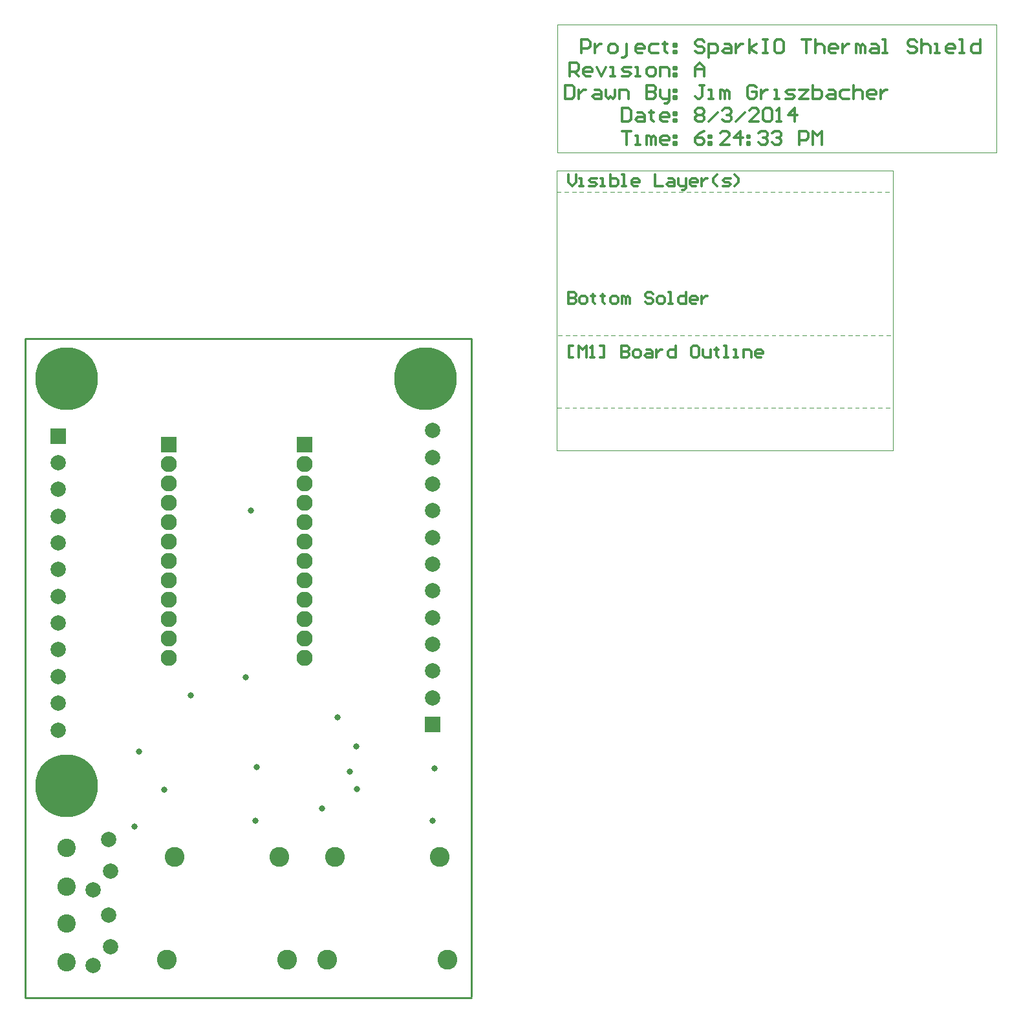
<source format=gbs>
%FSLAX25Y25*%
%MOIN*%
G70*
G01*
G75*
G04 Layer_Color=16711935*
G04:AMPARAMS|DCode=10|XSize=37.4mil|YSize=25.59mil|CornerRadius=6.4mil|HoleSize=0mil|Usage=FLASHONLY|Rotation=270.000|XOffset=0mil|YOffset=0mil|HoleType=Round|Shape=RoundedRectangle|*
%AMROUNDEDRECTD10*
21,1,0.03740,0.01280,0,0,270.0*
21,1,0.02461,0.02559,0,0,270.0*
1,1,0.01280,-0.00640,-0.01230*
1,1,0.01280,-0.00640,0.01230*
1,1,0.01280,0.00640,0.01230*
1,1,0.01280,0.00640,-0.01230*
%
%ADD10ROUNDEDRECTD10*%
%ADD11R,0.02559X0.03740*%
%ADD12O,0.02362X0.07480*%
%ADD13R,0.03900X0.04300*%
%ADD14C,0.04000*%
%ADD15R,0.04300X0.03900*%
%ADD16C,0.01500*%
%ADD17C,0.01000*%
%ADD18C,0.02000*%
%ADD19C,0.01200*%
%ADD20C,0.00394*%
%ADD21R,0.07087X0.07087*%
%ADD22C,0.07087*%
%ADD23C,0.09449*%
%ADD24R,0.07500X0.07500*%
%ADD25C,0.07500*%
%ADD26C,0.08661*%
%ADD27C,0.31496*%
%ADD28C,0.02500*%
%ADD29C,0.00787*%
%ADD30C,0.01575*%
%ADD31C,0.00984*%
%ADD32C,0.00700*%
%ADD33C,0.00800*%
G04:AMPARAMS|DCode=34|XSize=45.4mil|YSize=33.59mil|CornerRadius=10.4mil|HoleSize=0mil|Usage=FLASHONLY|Rotation=270.000|XOffset=0mil|YOffset=0mil|HoleType=Round|Shape=RoundedRectangle|*
%AMROUNDEDRECTD34*
21,1,0.04540,0.01280,0,0,270.0*
21,1,0.02461,0.03359,0,0,270.0*
1,1,0.02080,-0.00640,-0.01230*
1,1,0.02080,-0.00640,0.01230*
1,1,0.02080,0.00640,0.01230*
1,1,0.02080,0.00640,-0.01230*
%
%ADD34ROUNDEDRECTD34*%
%ADD35R,0.03359X0.04540*%
%ADD36O,0.03162X0.08280*%
%ADD37R,0.04700X0.05100*%
%ADD38C,0.08000*%
%ADD39R,0.05100X0.04700*%
%ADD40R,0.07887X0.07887*%
%ADD41C,0.07887*%
%ADD42C,0.10249*%
%ADD43R,0.08300X0.08300*%
%ADD44C,0.08300*%
%ADD45C,0.09461*%
%ADD46C,0.32296*%
%ADD47C,0.03300*%
D17*
X211000Y92700D02*
X441000D01*
Y93200D02*
Y432700D01*
X211000D02*
X441000D01*
X211000Y92700D02*
Y432700D01*
D19*
X490800Y456698D02*
Y450700D01*
X493799D01*
X494799Y451700D01*
Y452699D01*
X493799Y453699D01*
X490800D01*
X493799D01*
X494799Y454699D01*
Y455698D01*
X493799Y456698D01*
X490800D01*
X497798Y450700D02*
X499797D01*
X500797Y451700D01*
Y453699D01*
X499797Y454699D01*
X497798D01*
X496798Y453699D01*
Y451700D01*
X497798Y450700D01*
X503796Y455698D02*
Y454699D01*
X502796D01*
X504796D01*
X503796D01*
Y451700D01*
X504796Y450700D01*
X508794Y455698D02*
Y454699D01*
X507795D01*
X509794D01*
X508794D01*
Y451700D01*
X509794Y450700D01*
X513793D02*
X515792D01*
X516792Y451700D01*
Y453699D01*
X515792Y454699D01*
X513793D01*
X512793Y453699D01*
Y451700D01*
X513793Y450700D01*
X518791D02*
Y454699D01*
X519791D01*
X520790Y453699D01*
Y450700D01*
Y453699D01*
X521790Y454699D01*
X522790Y453699D01*
Y450700D01*
X534786Y455698D02*
X533786Y456698D01*
X531787D01*
X530787Y455698D01*
Y454699D01*
X531787Y453699D01*
X533786D01*
X534786Y452699D01*
Y451700D01*
X533786Y450700D01*
X531787D01*
X530787Y451700D01*
X537785Y450700D02*
X539784D01*
X540784Y451700D01*
Y453699D01*
X539784Y454699D01*
X537785D01*
X536785Y453699D01*
Y451700D01*
X537785Y450700D01*
X542783D02*
X544782D01*
X543783D01*
Y456698D01*
X542783D01*
X551780D02*
Y450700D01*
X548781D01*
X547782Y451700D01*
Y453699D01*
X548781Y454699D01*
X551780D01*
X556779Y450700D02*
X554779D01*
X553780Y451700D01*
Y453699D01*
X554779Y454699D01*
X556779D01*
X557778Y453699D01*
Y452699D01*
X553780D01*
X559778Y454699D02*
Y450700D01*
Y452699D01*
X560777Y453699D01*
X561777Y454699D01*
X562777D01*
X493399Y422800D02*
X491400D01*
Y428798D01*
X493399D01*
X496398Y422800D02*
Y428798D01*
X498398Y426799D01*
X500397Y428798D01*
Y422800D01*
X502396D02*
X504396D01*
X503396D01*
Y428798D01*
X502396Y427798D01*
X507395Y422800D02*
X509394D01*
Y428798D01*
X507395D01*
X518391D02*
Y422800D01*
X521390D01*
X522390Y423800D01*
Y424799D01*
X521390Y425799D01*
X518391D01*
X521390D01*
X522390Y426799D01*
Y427798D01*
X521390Y428798D01*
X518391D01*
X525389Y422800D02*
X527388D01*
X528388Y423800D01*
Y425799D01*
X527388Y426799D01*
X525389D01*
X524389Y425799D01*
Y423800D01*
X525389Y422800D01*
X531387Y426799D02*
X533386D01*
X534386Y425799D01*
Y422800D01*
X531387D01*
X530387Y423800D01*
X531387Y424799D01*
X534386D01*
X536385Y426799D02*
Y422800D01*
Y424799D01*
X537385Y425799D01*
X538385Y426799D01*
X539385D01*
X546382Y428798D02*
Y422800D01*
X543383D01*
X542383Y423800D01*
Y425799D01*
X543383Y426799D01*
X546382D01*
X557379Y428798D02*
X555379D01*
X554380Y427798D01*
Y423800D01*
X555379Y422800D01*
X557379D01*
X558378Y423800D01*
Y427798D01*
X557379Y428798D01*
X560378Y426799D02*
Y423800D01*
X561377Y422800D01*
X564376D01*
Y426799D01*
X567375Y427798D02*
Y426799D01*
X566376D01*
X568375D01*
X567375D01*
Y423800D01*
X568375Y422800D01*
X571374D02*
X573374D01*
X572374D01*
Y428798D01*
X571374D01*
X576372Y422800D02*
X578372D01*
X577372D01*
Y426799D01*
X576372D01*
X581371Y422800D02*
Y426799D01*
X584370D01*
X585370Y425799D01*
Y422800D01*
X590368D02*
X588369D01*
X587369Y423800D01*
Y425799D01*
X588369Y426799D01*
X590368D01*
X591368Y425799D01*
Y424799D01*
X587369D01*
X490800Y517378D02*
Y513379D01*
X492799Y511379D01*
X494799Y513379D01*
Y517378D01*
X496798Y511379D02*
X498797D01*
X497798D01*
Y515378D01*
X496798D01*
X501796Y511379D02*
X504796D01*
X505795Y512379D01*
X504796Y513379D01*
X502796D01*
X501796Y514378D01*
X502796Y515378D01*
X505795D01*
X507795Y511379D02*
X509794D01*
X508794D01*
Y515378D01*
X507795D01*
X512793Y517378D02*
Y511379D01*
X515792D01*
X516792Y512379D01*
Y513379D01*
Y514378D01*
X515792Y515378D01*
X512793D01*
X518791Y511379D02*
X520790D01*
X519791D01*
Y517378D01*
X518791D01*
X526788Y511379D02*
X524789D01*
X523789Y512379D01*
Y514378D01*
X524789Y515378D01*
X526788D01*
X527788Y514378D01*
Y513379D01*
X523789D01*
X535785Y517378D02*
Y511379D01*
X539784D01*
X542783Y515378D02*
X544782D01*
X545782Y514378D01*
Y511379D01*
X542783D01*
X541784Y512379D01*
X542783Y513379D01*
X545782D01*
X547782Y515378D02*
Y512379D01*
X548781Y511379D01*
X551780D01*
Y510380D01*
X550781Y509380D01*
X549781D01*
X551780Y511379D02*
Y515378D01*
X556779Y511379D02*
X554779D01*
X553780Y512379D01*
Y514378D01*
X554779Y515378D01*
X556779D01*
X557778Y514378D01*
Y513379D01*
X553780D01*
X559778Y515378D02*
Y511379D01*
Y513379D01*
X560777Y514378D01*
X561777Y515378D01*
X562777D01*
X567775Y511379D02*
X565776Y513379D01*
Y515378D01*
X567775Y517378D01*
X570774Y511379D02*
X573773D01*
X574773Y512379D01*
X573773Y513379D01*
X571774D01*
X570774Y514378D01*
X571774Y515378D01*
X574773D01*
X576772Y511379D02*
X578771Y513379D01*
Y515378D01*
X576772Y517378D01*
X497564Y579931D02*
Y586928D01*
X501063D01*
X502229Y585762D01*
Y583430D01*
X501063Y582263D01*
X497564D01*
X504562Y584596D02*
Y579931D01*
Y582263D01*
X505728Y583430D01*
X506894Y584596D01*
X508061D01*
X512726Y579931D02*
X515058D01*
X516225Y581097D01*
Y583430D01*
X515058Y584596D01*
X512726D01*
X511559Y583430D01*
Y581097D01*
X512726Y579931D01*
X518557Y577598D02*
X519724D01*
X520890Y578764D01*
Y584596D01*
X529054Y579931D02*
X526721D01*
X525555Y581097D01*
Y583430D01*
X526721Y584596D01*
X529054D01*
X530220Y583430D01*
Y582263D01*
X525555D01*
X537218Y584596D02*
X533719D01*
X532553Y583430D01*
Y581097D01*
X533719Y579931D01*
X537218D01*
X540717Y585762D02*
Y584596D01*
X539550D01*
X541883D01*
X540717D01*
Y581097D01*
X541883Y579931D01*
X545382Y584596D02*
X546548D01*
Y583430D01*
X545382D01*
Y584596D01*
Y581097D02*
X546548D01*
Y579931D01*
X545382D01*
Y581097D01*
X491733Y568120D02*
Y575117D01*
X495231D01*
X496398Y573951D01*
Y571619D01*
X495231Y570452D01*
X491733D01*
X494065D02*
X496398Y568120D01*
X502229D02*
X499897D01*
X498730Y569286D01*
Y571619D01*
X499897Y572785D01*
X502229D01*
X503395Y571619D01*
Y570452D01*
X498730D01*
X505728Y572785D02*
X508061Y568120D01*
X510393Y572785D01*
X512726Y568120D02*
X515058D01*
X513892D01*
Y572785D01*
X512726D01*
X518557Y568120D02*
X522056D01*
X523222Y569286D01*
X522056Y570452D01*
X519724D01*
X518557Y571619D01*
X519724Y572785D01*
X523222D01*
X525555Y568120D02*
X527887D01*
X526721D01*
Y572785D01*
X525555D01*
X532553Y568120D02*
X534885D01*
X536052Y569286D01*
Y571619D01*
X534885Y572785D01*
X532553D01*
X531386Y571619D01*
Y569286D01*
X532553Y568120D01*
X538384D02*
Y572785D01*
X541883D01*
X543049Y571619D01*
Y568120D01*
X545382Y572785D02*
X546548D01*
Y571619D01*
X545382D01*
Y572785D01*
Y569286D02*
X546548D01*
Y568120D01*
X545382D01*
Y569286D01*
X489400Y563306D02*
Y556309D01*
X492899D01*
X494065Y557475D01*
Y562140D01*
X492899Y563306D01*
X489400D01*
X496398Y560974D02*
Y556309D01*
Y558641D01*
X497564Y559807D01*
X498730Y560974D01*
X499897D01*
X504562D02*
X506894D01*
X508061Y559807D01*
Y556309D01*
X504562D01*
X503395Y557475D01*
X504562Y558641D01*
X508061D01*
X510393Y560974D02*
Y557475D01*
X511559Y556309D01*
X512726Y557475D01*
X513892Y556309D01*
X515058Y557475D01*
Y560974D01*
X517391Y556309D02*
Y560974D01*
X520890D01*
X522056Y559807D01*
Y556309D01*
X531386Y563306D02*
Y556309D01*
X534885D01*
X536052Y557475D01*
Y558641D01*
X534885Y559807D01*
X531386D01*
X534885D01*
X536052Y560974D01*
Y562140D01*
X534885Y563306D01*
X531386D01*
X538384Y560974D02*
Y557475D01*
X539550Y556309D01*
X543049D01*
Y555142D01*
X541883Y553976D01*
X540717D01*
X543049Y556309D02*
Y560974D01*
X545382D02*
X546548D01*
Y559807D01*
X545382D01*
Y560974D01*
Y557475D02*
X546548D01*
Y556309D01*
X545382D01*
Y557475D01*
X518557Y551495D02*
Y544498D01*
X522056D01*
X523222Y545664D01*
Y550329D01*
X522056Y551495D01*
X518557D01*
X526721Y549163D02*
X529054D01*
X530220Y547997D01*
Y544498D01*
X526721D01*
X525555Y545664D01*
X526721Y546830D01*
X530220D01*
X533719Y550329D02*
Y549163D01*
X532553D01*
X534885D01*
X533719D01*
Y545664D01*
X534885Y544498D01*
X541883D02*
X539550D01*
X538384Y545664D01*
Y547997D01*
X539550Y549163D01*
X541883D01*
X543049Y547997D01*
Y546830D01*
X538384D01*
X545382Y549163D02*
X546548D01*
Y547997D01*
X545382D01*
Y549163D01*
Y545664D02*
X546548D01*
Y544498D01*
X545382D01*
Y545664D01*
X518557Y539684D02*
X523222D01*
X520890D01*
Y532687D01*
X525555D02*
X527887D01*
X526721D01*
Y537352D01*
X525555D01*
X531386Y532687D02*
Y537352D01*
X532553D01*
X533719Y536186D01*
Y532687D01*
Y536186D01*
X534885Y537352D01*
X536052Y536186D01*
Y532687D01*
X541883D02*
X539550D01*
X538384Y533853D01*
Y536186D01*
X539550Y537352D01*
X541883D01*
X543049Y536186D01*
Y535019D01*
X538384D01*
X545382Y537352D02*
X546548D01*
Y536186D01*
X545382D01*
Y537352D01*
Y533853D02*
X546548D01*
Y532687D01*
X545382D01*
Y533853D01*
X560994Y585762D02*
X559828Y586928D01*
X557495D01*
X556329Y585762D01*
Y584596D01*
X557495Y583430D01*
X559828D01*
X560994Y582263D01*
Y581097D01*
X559828Y579931D01*
X557495D01*
X556329Y581097D01*
X563327Y577598D02*
Y584596D01*
X566826D01*
X567992Y583430D01*
Y581097D01*
X566826Y579931D01*
X563327D01*
X571491Y584596D02*
X573823D01*
X574990Y583430D01*
Y579931D01*
X571491D01*
X570325Y581097D01*
X571491Y582263D01*
X574990D01*
X577322Y584596D02*
Y579931D01*
Y582263D01*
X578489Y583430D01*
X579655Y584596D01*
X580821D01*
X584320Y579931D02*
Y586928D01*
Y582263D02*
X587819Y584596D01*
X584320Y582263D02*
X587819Y579931D01*
X591318Y586928D02*
X593650D01*
X592484D01*
Y579931D01*
X591318D01*
X593650D01*
X600648Y586928D02*
X598315D01*
X597149Y585762D01*
Y581097D01*
X598315Y579931D01*
X600648D01*
X601814Y581097D01*
Y585762D01*
X600648Y586928D01*
X611145D02*
X615810D01*
X613477D01*
Y579931D01*
X618143Y586928D02*
Y579931D01*
Y583430D01*
X619309Y584596D01*
X621641D01*
X622808Y583430D01*
Y579931D01*
X628639D02*
X626306D01*
X625140Y581097D01*
Y583430D01*
X626306Y584596D01*
X628639D01*
X629805Y583430D01*
Y582263D01*
X625140D01*
X632138Y584596D02*
Y579931D01*
Y582263D01*
X633304Y583430D01*
X634471Y584596D01*
X635637D01*
X639136Y579931D02*
Y584596D01*
X640302D01*
X641468Y583430D01*
Y579931D01*
Y583430D01*
X642634Y584596D01*
X643801Y583430D01*
Y579931D01*
X647300Y584596D02*
X649632D01*
X650799Y583430D01*
Y579931D01*
X647300D01*
X646133Y581097D01*
X647300Y582263D01*
X650799D01*
X653131Y579931D02*
X655464D01*
X654297D01*
Y586928D01*
X653131D01*
X670625Y585762D02*
X669459Y586928D01*
X667127D01*
X665960Y585762D01*
Y584596D01*
X667127Y583430D01*
X669459D01*
X670625Y582263D01*
Y581097D01*
X669459Y579931D01*
X667127D01*
X665960Y581097D01*
X672958Y586928D02*
Y579931D01*
Y583430D01*
X674124Y584596D01*
X676457D01*
X677623Y583430D01*
Y579931D01*
X679956D02*
X682288D01*
X681122D01*
Y584596D01*
X679956D01*
X689286Y579931D02*
X686954D01*
X685787Y581097D01*
Y583430D01*
X686954Y584596D01*
X689286D01*
X690452Y583430D01*
Y582263D01*
X685787D01*
X692785Y579931D02*
X695118D01*
X693951D01*
Y586928D01*
X692785D01*
X703282D02*
Y579931D01*
X699783D01*
X698617Y581097D01*
Y583430D01*
X699783Y584596D01*
X703282D01*
X556329Y568120D02*
Y572785D01*
X558662Y575117D01*
X560994Y572785D01*
Y568120D01*
Y571619D01*
X556329D01*
X560994Y563306D02*
X558662D01*
X559828D01*
Y557475D01*
X558662Y556309D01*
X557495D01*
X556329Y557475D01*
X563327Y556309D02*
X565659D01*
X564493D01*
Y560974D01*
X563327D01*
X569158Y556309D02*
Y560974D01*
X570325D01*
X571491Y559807D01*
Y556309D01*
Y559807D01*
X572657Y560974D01*
X573823Y559807D01*
Y556309D01*
X587819Y562140D02*
X586653Y563306D01*
X584320D01*
X583154Y562140D01*
Y557475D01*
X584320Y556309D01*
X586653D01*
X587819Y557475D01*
Y559807D01*
X585486D01*
X590152Y560974D02*
Y556309D01*
Y558641D01*
X591318Y559807D01*
X592484Y560974D01*
X593650D01*
X597149Y556309D02*
X599482D01*
X598315D01*
Y560974D01*
X597149D01*
X602981Y556309D02*
X606480D01*
X607646Y557475D01*
X606480Y558641D01*
X604147D01*
X602981Y559807D01*
X604147Y560974D01*
X607646D01*
X609978D02*
X614644D01*
X609978Y556309D01*
X614644D01*
X616976Y563306D02*
Y556309D01*
X620475D01*
X621641Y557475D01*
Y558641D01*
Y559807D01*
X620475Y560974D01*
X616976D01*
X625140D02*
X627473D01*
X628639Y559807D01*
Y556309D01*
X625140D01*
X623974Y557475D01*
X625140Y558641D01*
X628639D01*
X635637Y560974D02*
X632138D01*
X630972Y559807D01*
Y557475D01*
X632138Y556309D01*
X635637D01*
X637969Y563306D02*
Y556309D01*
Y559807D01*
X639136Y560974D01*
X641468D01*
X642634Y559807D01*
Y556309D01*
X648466D02*
X646133D01*
X644967Y557475D01*
Y559807D01*
X646133Y560974D01*
X648466D01*
X649632Y559807D01*
Y558641D01*
X644967D01*
X651965Y560974D02*
Y556309D01*
Y558641D01*
X653131Y559807D01*
X654297Y560974D01*
X655464D01*
X560994Y539684D02*
X558662Y538518D01*
X556329Y536186D01*
Y533853D01*
X557495Y532687D01*
X559828D01*
X560994Y533853D01*
Y535019D01*
X559828Y536186D01*
X556329D01*
X563327Y537352D02*
X564493D01*
Y536186D01*
X563327D01*
Y537352D01*
Y533853D02*
X564493D01*
Y532687D01*
X563327D01*
Y533853D01*
X573823Y532687D02*
X569158D01*
X573823Y537352D01*
Y538518D01*
X572657Y539684D01*
X570325D01*
X569158Y538518D01*
X579655Y532687D02*
Y539684D01*
X576156Y536186D01*
X580821D01*
X583154Y537352D02*
X584320D01*
Y536186D01*
X583154D01*
Y537352D01*
Y533853D02*
X584320D01*
Y532687D01*
X583154D01*
Y533853D01*
X588985Y538518D02*
X590152Y539684D01*
X592484D01*
X593650Y538518D01*
Y537352D01*
X592484Y536186D01*
X591318D01*
X592484D01*
X593650Y535019D01*
Y533853D01*
X592484Y532687D01*
X590152D01*
X588985Y533853D01*
X595983Y538518D02*
X597149Y539684D01*
X599482D01*
X600648Y538518D01*
Y537352D01*
X599482Y536186D01*
X598315D01*
X599482D01*
X600648Y535019D01*
Y533853D01*
X599482Y532687D01*
X597149D01*
X595983Y533853D01*
X609978Y532687D02*
Y539684D01*
X613477D01*
X614644Y538518D01*
Y536186D01*
X613477Y535019D01*
X609978D01*
X616976Y532687D02*
Y539684D01*
X619309Y537352D01*
X621641Y539684D01*
Y532687D01*
X556329Y550329D02*
X557495Y551495D01*
X559828D01*
X560994Y550329D01*
Y549163D01*
X559828Y547997D01*
X560994Y546830D01*
Y545664D01*
X559828Y544498D01*
X557495D01*
X556329Y545664D01*
Y546830D01*
X557495Y547997D01*
X556329Y549163D01*
Y550329D01*
X557495Y547997D02*
X559828D01*
X563327Y544498D02*
X567992Y549163D01*
X570325Y550329D02*
X571491Y551495D01*
X573823D01*
X574990Y550329D01*
Y549163D01*
X573823Y547997D01*
X572657D01*
X573823D01*
X574990Y546830D01*
Y545664D01*
X573823Y544498D01*
X571491D01*
X570325Y545664D01*
X577322Y544498D02*
X581987Y549163D01*
X588985Y544498D02*
X584320D01*
X588985Y549163D01*
Y550329D01*
X587819Y551495D01*
X585486D01*
X584320Y550329D01*
X591318D02*
X592484Y551495D01*
X594817D01*
X595983Y550329D01*
Y545664D01*
X594817Y544498D01*
X592484D01*
X591318Y545664D01*
Y550329D01*
X598315Y544498D02*
X600648D01*
X599482D01*
Y551495D01*
X598315Y550329D01*
X607646Y544498D02*
Y551495D01*
X604147Y547997D01*
X608812D01*
D20*
X485263Y396877D02*
X487231D01*
X489200D02*
X491168D01*
X493137D02*
X495106D01*
X497074D02*
X499043D01*
X501011D02*
X502980D01*
X504948D02*
X506917D01*
X508885D02*
X510853D01*
X512822D02*
X514790D01*
X516759D02*
X518728D01*
X520696D02*
X522665D01*
X524633D02*
X526602D01*
X528570D02*
X530539D01*
X532507D02*
X534476D01*
X536444D02*
X538413D01*
X540381D02*
X542350D01*
X544318D02*
X546287D01*
X548255D02*
X550224D01*
X552192D02*
X554161D01*
X556129D02*
X558098D01*
X560066D02*
X562035D01*
X564003D02*
X565972D01*
X567940D02*
X569909D01*
X571877D02*
X573846D01*
X575814D02*
X577783D01*
X579751D02*
X581720D01*
X583688D02*
X585657D01*
X587625D02*
X589594D01*
X591562D02*
X593531D01*
X595499D02*
X597468D01*
X599436D02*
X601405D01*
X603373D02*
X605342D01*
X607310D02*
X609279D01*
X611247D02*
X613216D01*
X615184D02*
X617153D01*
X619121D02*
X621090D01*
X623058D02*
X625027D01*
X626995D02*
X628964D01*
X630932D02*
X632901D01*
X634869D02*
X636838D01*
X638806D02*
X640775D01*
X642743D02*
X644712D01*
X646680D02*
X648649D01*
X650617D02*
X652586D01*
X654554D02*
X656523D01*
X485563Y434317D02*
X487532D01*
X489500D02*
X491468D01*
X493437D02*
X495405D01*
X497374D02*
X499342D01*
X501311D02*
X503279D01*
X505248D02*
X507217D01*
X509185D02*
X511154D01*
X513122D02*
X515091D01*
X517059D02*
X519028D01*
X520996D02*
X522965D01*
X524933D02*
X526902D01*
X528870D02*
X530839D01*
X532807D02*
X534776D01*
X536744D02*
X538713D01*
X540681D02*
X542650D01*
X544618D02*
X546587D01*
X548555D02*
X550524D01*
X552492D02*
X554461D01*
X556429D02*
X558398D01*
X560366D02*
X562335D01*
X564303D02*
X566272D01*
X568240D02*
X570209D01*
X572177D02*
X574146D01*
X576114D02*
X578083D01*
X580051D02*
X582020D01*
X583988D02*
X585957D01*
X587925D02*
X589894D01*
X591862D02*
X593831D01*
X595799D02*
X597768D01*
X599736D02*
X601705D01*
X603673D02*
X605642D01*
X607610D02*
X609579D01*
X611547D02*
X613516D01*
X615484D02*
X617453D01*
X619421D02*
X621390D01*
X623358D02*
X625327D01*
X627295D02*
X629264D01*
X631232D02*
X633201D01*
X635169D02*
X637138D01*
X639106D02*
X641075D01*
X643043D02*
X645012D01*
X646980D02*
X648949D01*
X650917D02*
X652886D01*
X654854D02*
X656823D01*
X654254Y508427D02*
X656223D01*
X650317D02*
X652286D01*
X646380D02*
X648349D01*
X642443D02*
X644412D01*
X638506D02*
X640475D01*
X634569D02*
X636538D01*
X630632D02*
X632601D01*
X626695D02*
X628664D01*
X622758D02*
X624727D01*
X618821D02*
X620790D01*
X614884D02*
X616853D01*
X610947D02*
X612916D01*
X607010D02*
X608979D01*
X603073D02*
X605042D01*
X599136D02*
X601105D01*
X595199D02*
X597168D01*
X591262D02*
X593231D01*
X587325D02*
X589294D01*
X583388D02*
X585357D01*
X579451D02*
X581420D01*
X575514D02*
X577483D01*
X571577D02*
X573546D01*
X567640D02*
X569609D01*
X563703D02*
X565672D01*
X559766D02*
X561735D01*
X555829D02*
X557798D01*
X551892D02*
X553861D01*
X547955D02*
X549924D01*
X544018D02*
X545987D01*
X540081D02*
X542050D01*
X536144D02*
X538113D01*
X532207D02*
X534176D01*
X528270D02*
X530239D01*
X524333D02*
X526302D01*
X520396D02*
X522365D01*
X516459D02*
X518428D01*
X512522D02*
X514491D01*
X508585D02*
X510554D01*
X504648D02*
X506616D01*
X500711D02*
X502679D01*
X496774D02*
X498742D01*
X492837D02*
X494805D01*
X488900D02*
X490869D01*
X484963D02*
X486932D01*
X658191Y375000D02*
Y507443D01*
X484963Y375000D02*
X658191D01*
X484963D02*
Y507443D01*
Y519253D01*
X658191D01*
Y507443D02*
Y519253D01*
X485463Y528750D02*
Y594700D01*
Y528750D02*
X711600D01*
Y594700D01*
X485463D02*
X711600D01*
D40*
X228000Y382370D02*
D03*
X421000Y233630D02*
D03*
D41*
X228000Y368590D02*
D03*
Y354811D02*
D03*
Y341032D02*
D03*
Y327252D02*
D03*
Y313472D02*
D03*
Y299693D02*
D03*
Y285913D02*
D03*
Y272134D02*
D03*
Y258354D02*
D03*
Y244575D02*
D03*
Y230795D02*
D03*
X245945Y148158D02*
D03*
X253819Y174142D02*
D03*
X255000Y158000D02*
D03*
X245945Y109158D02*
D03*
X253819Y135142D02*
D03*
X255000Y119000D02*
D03*
X421000Y247410D02*
D03*
Y261189D02*
D03*
Y274969D02*
D03*
Y288748D02*
D03*
Y302528D02*
D03*
Y316307D02*
D03*
Y330087D02*
D03*
Y343866D02*
D03*
Y357646D02*
D03*
Y371425D02*
D03*
Y385205D02*
D03*
D42*
X345866Y112205D02*
D03*
X284055D02*
D03*
X341929Y165354D02*
D03*
X287992D02*
D03*
X428543Y112205D02*
D03*
X366732D02*
D03*
X424606Y165354D02*
D03*
X370669D02*
D03*
D43*
X285000Y378000D02*
D03*
X355000D02*
D03*
D44*
X285000Y368000D02*
D03*
Y358000D02*
D03*
Y348000D02*
D03*
Y338000D02*
D03*
Y328000D02*
D03*
Y318000D02*
D03*
Y308000D02*
D03*
Y298000D02*
D03*
Y288000D02*
D03*
Y278000D02*
D03*
Y268000D02*
D03*
X355000Y368000D02*
D03*
Y358000D02*
D03*
Y348000D02*
D03*
Y338000D02*
D03*
Y328000D02*
D03*
Y318000D02*
D03*
Y308000D02*
D03*
Y298000D02*
D03*
Y288000D02*
D03*
Y278000D02*
D03*
Y268000D02*
D03*
D45*
X232165Y169811D02*
D03*
Y150126D02*
D03*
Y130811D02*
D03*
Y111126D02*
D03*
D46*
X232283Y201984D02*
D03*
Y411984D02*
D03*
X417283Y411811D02*
D03*
D47*
X324700Y258100D02*
D03*
X296400Y248600D02*
D03*
X267300Y180900D02*
D03*
X381500Y222400D02*
D03*
X330400Y211600D02*
D03*
X329700Y183900D02*
D03*
X282700Y199900D02*
D03*
X269700Y219500D02*
D03*
X421900Y211100D02*
D03*
X421000Y183900D02*
D03*
X381800Y200200D02*
D03*
X327400Y343800D02*
D03*
X372000Y237400D02*
D03*
X378300Y209400D02*
D03*
X364100Y190300D02*
D03*
M02*

</source>
